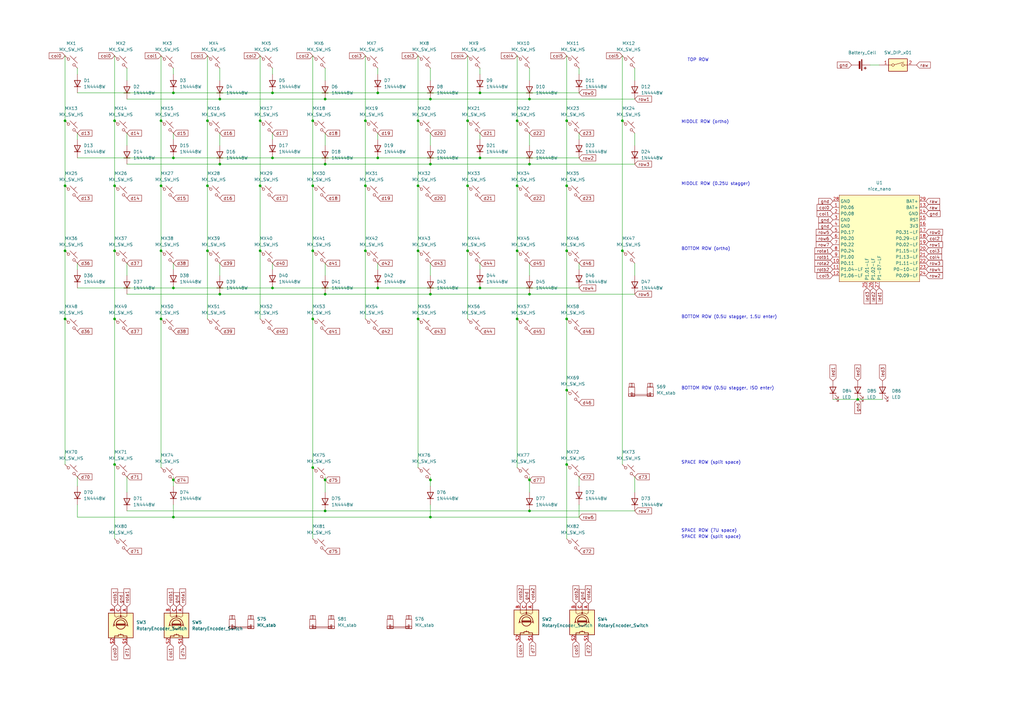
<source format=kicad_sch>
(kicad_sch (version 20230121) (generator eeschema)
  (paper "A3")
  (junction (at 111.76 64.77))
  (junction (at 90.17 40.64))
  (junction (at 217.17 196.85))
  (junction (at 149.86 102.87))
  (junction (at 191.77 76.2))
  (junction (at 196.85 64.77))
  (junction (at 26.67 130.81))
  (junction (at 171.45 130.81))
  (junction (at 212.09 102.87))
  (junction (at 232.41 160.02))
  (junction (at 128.27 76.2))
  (junction (at 71.12 64.77))
  (junction (at 217.17 40.64))
  (junction (at 255.27 49.53))
  (junction (at 212.09 76.2))
  (junction (at 176.53 120.65))
  (junction (at 176.53 212.09))
  (junction (at 154.94 64.77))
  (junction (at 128.27 130.81))
  (junction (at 46.99 102.87))
  (junction (at 217.17 120.65))
  (junction (at 128.27 102.87))
  (junction (at 71.12 212.09))
  (junction (at 196.85 118.11))
  (junction (at 111.76 38.1))
  (junction (at 85.09 49.53))
  (junction (at 232.41 102.87))
  (junction (at 66.04 102.87))
  (junction (at 255.27 102.87))
  (junction (at 26.67 102.87))
  (junction (at 171.45 102.87))
  (junction (at 46.99 76.2))
  (junction (at 111.76 118.11))
  (junction (at 85.09 102.87))
  (junction (at 196.85 38.1))
  (junction (at 71.12 38.1))
  (junction (at 232.41 49.53))
  (junction (at 66.04 130.81))
  (junction (at 176.53 40.64))
  (junction (at 351.79 163.83))
  (junction (at 232.41 190.5))
  (junction (at 149.86 76.2))
  (junction (at 154.94 118.11))
  (junction (at 26.67 49.53))
  (junction (at 66.04 76.2))
  (junction (at 154.94 38.1))
  (junction (at 232.41 130.81))
  (junction (at 191.77 102.87))
  (junction (at 176.53 67.31))
  (junction (at 212.09 130.81))
  (junction (at 133.35 196.85))
  (junction (at 149.86 49.53))
  (junction (at 128.27 191.77))
  (junction (at 133.35 120.65))
  (junction (at 133.35 209.55))
  (junction (at 128.27 49.53))
  (junction (at 133.35 40.64))
  (junction (at 191.77 49.53))
  (junction (at 90.17 120.65))
  (junction (at 106.68 76.2))
  (junction (at 217.17 67.31))
  (junction (at 171.45 76.2))
  (junction (at 46.99 49.53))
  (junction (at 106.68 49.53))
  (junction (at 46.99 130.81))
  (junction (at 66.04 49.53))
  (junction (at 46.99 190.5))
  (junction (at 171.45 49.53))
  (junction (at 26.67 76.2))
  (junction (at 133.35 67.31))
  (junction (at 90.17 67.31))
  (junction (at 71.12 118.11))
  (junction (at 232.41 76.2))
  (junction (at 176.53 196.85))
  (junction (at 212.09 49.53))
  (junction (at 217.17 209.55))
  (junction (at 85.09 76.2))
  (junction (at 71.12 196.85))
  (junction (at 106.68 102.87))
  (wire (pts (xy 31.75 38.1) (xy 71.12 38.1)))
  (wire (pts (xy 128.27 130.81) (xy 128.27 191.77)))
  (wire (pts (xy 85.09 22.86) (xy 85.09 49.53)))
  (wire (pts (xy 90.17 54.61) (xy 90.17 59.69)))
  (wire (pts (xy 360.68 26.67) (xy 356.87 26.67)))
  (wire (pts (xy 255.27 22.86) (xy 255.27 49.53)))
  (wire (pts (xy 232.41 49.53) (xy 232.41 76.2)))
  (wire (pts (xy 237.49 195.58) (xy 237.49 199.39)))
  (wire (pts (xy 232.41 130.81) (xy 232.41 160.02)))
  (wire (pts (xy 106.68 76.2) (xy 106.68 102.87)))
  (wire (pts (xy 128.27 49.53) (xy 128.27 76.2)))
  (wire (pts (xy 128.27 76.2) (xy 128.27 102.87)))
  (wire (pts (xy 46.99 22.86) (xy 46.99 49.53)))
  (wire (pts (xy 71.12 27.94) (xy 71.12 30.48)))
  (wire (pts (xy 52.07 195.58) (xy 52.07 201.93)))
  (wire (pts (xy 52.07 40.64) (xy 90.17 40.64)))
  (wire (pts (xy 66.04 22.86) (xy 66.04 49.53)))
  (wire (pts (xy 217.17 196.85) (xy 217.17 201.93)))
  (wire (pts (xy 31.75 64.77) (xy 71.12 64.77)))
  (wire (pts (xy 46.99 76.2) (xy 46.99 102.87)))
  (wire (pts (xy 31.75 195.58) (xy 31.75 199.39)))
  (wire (pts (xy 149.86 22.86) (xy 149.86 49.53)))
  (wire (pts (xy 260.35 195.58) (xy 260.35 201.93)))
  (wire (pts (xy 66.04 130.81) (xy 66.04 191.77)))
  (wire (pts (xy 176.53 212.09) (xy 176.53 207.01)))
  (wire (pts (xy 171.45 49.53) (xy 171.45 76.2)))
  (wire (pts (xy 191.77 102.87) (xy 191.77 130.81)))
  (wire (pts (xy 237.49 27.94) (xy 237.49 30.48)))
  (wire (pts (xy 196.85 54.61) (xy 196.85 57.15)))
  (wire (pts (xy 176.53 120.65) (xy 217.17 120.65)))
  (wire (pts (xy 176.53 195.58) (xy 176.53 196.85)))
  (wire (pts (xy 191.77 22.86) (xy 191.77 49.53)))
  (wire (pts (xy 71.12 54.61) (xy 71.12 57.15)))
  (wire (pts (xy 237.49 107.95) (xy 237.49 110.49)))
  (wire (pts (xy 154.94 27.94) (xy 154.94 30.48)))
  (wire (pts (xy 212.09 102.87) (xy 212.09 130.81)))
  (wire (pts (xy 90.17 40.64) (xy 133.35 40.64)))
  (wire (pts (xy 171.45 22.86) (xy 171.45 49.53)))
  (wire (pts (xy 176.53 54.61) (xy 176.53 59.69)))
  (wire (pts (xy 128.27 191.77) (xy 128.27 220.98)))
  (wire (pts (xy 176.53 27.94) (xy 176.53 33.02)))
  (wire (pts (xy 212.09 76.2) (xy 212.09 102.87)))
  (wire (pts (xy 111.76 54.61) (xy 111.76 57.15)))
  (wire (pts (xy 46.99 102.87) (xy 46.99 130.81)))
  (wire (pts (xy 52.07 107.95) (xy 52.07 113.03)))
  (wire (pts (xy 106.68 49.53) (xy 106.68 76.2)))
  (wire (pts (xy 196.85 38.1) (xy 237.49 38.1)))
  (wire (pts (xy 71.12 118.11) (xy 111.76 118.11)))
  (wire (pts (xy 341.63 163.83) (xy 351.79 163.83)))
  (wire (pts (xy 128.27 22.86) (xy 128.27 49.53)))
  (wire (pts (xy 71.12 212.09) (xy 71.12 207.01)))
  (wire (pts (xy 52.07 67.31) (xy 90.17 67.31)))
  (wire (pts (xy 133.35 196.85) (xy 133.35 201.93)))
  (wire (pts (xy 191.77 49.53) (xy 191.77 76.2)))
  (wire (pts (xy 31.75 212.09) (xy 71.12 212.09)))
  (wire (pts (xy 217.17 54.61) (xy 217.17 59.69)))
  (wire (pts (xy 232.41 190.5) (xy 232.41 220.98)))
  (wire (pts (xy 191.77 76.2) (xy 191.77 102.87)))
  (wire (pts (xy 154.94 64.77) (xy 196.85 64.77)))
  (wire (pts (xy 66.04 76.2) (xy 66.04 102.87)))
  (wire (pts (xy 31.75 27.94) (xy 31.75 30.48)))
  (wire (pts (xy 111.76 64.77) (xy 154.94 64.77)))
  (wire (pts (xy 212.09 49.53) (xy 212.09 76.2)))
  (wire (pts (xy 85.09 49.53) (xy 85.09 76.2)))
  (wire (pts (xy 217.17 27.94) (xy 217.17 33.02)))
  (wire (pts (xy 71.12 195.58) (xy 71.12 196.85)))
  (wire (pts (xy 133.35 54.61) (xy 133.35 59.69)))
  (wire (pts (xy 217.17 67.31) (xy 260.35 67.31)))
  (wire (pts (xy 361.95 163.83) (xy 351.79 163.83)))
  (wire (pts (xy 26.67 22.86) (xy 26.67 49.53)))
  (wire (pts (xy 111.76 118.11) (xy 154.94 118.11)))
  (wire (pts (xy 217.17 40.64) (xy 260.35 40.64)))
  (wire (pts (xy 217.17 195.58) (xy 217.17 196.85)))
  (wire (pts (xy 106.68 102.87) (xy 106.68 130.81)))
  (wire (pts (xy 176.53 67.31) (xy 217.17 67.31)))
  (wire (pts (xy 255.27 102.87) (xy 255.27 190.5)))
  (wire (pts (xy 85.09 102.87) (xy 85.09 130.81)))
  (wire (pts (xy 90.17 27.94) (xy 90.17 33.02)))
  (wire (pts (xy 232.41 102.87) (xy 232.41 130.81)))
  (wire (pts (xy 176.53 196.85) (xy 176.53 199.39)))
  (wire (pts (xy 111.76 107.95) (xy 111.76 110.49)))
  (wire (pts (xy 26.67 49.53) (xy 26.67 76.2)))
  (wire (pts (xy 133.35 120.65) (xy 176.53 120.65)))
  (wire (pts (xy 255.27 49.53) (xy 255.27 102.87)))
  (wire (pts (xy 154.94 38.1) (xy 196.85 38.1)))
  (wire (pts (xy 133.35 209.55) (xy 217.17 209.55)))
  (wire (pts (xy 133.35 67.31) (xy 176.53 67.31)))
  (wire (pts (xy 176.53 212.09) (xy 237.49 212.09)))
  (wire (pts (xy 171.45 102.87) (xy 171.45 130.81)))
  (wire (pts (xy 31.75 54.61) (xy 31.75 57.15)))
  (wire (pts (xy 66.04 49.53) (xy 66.04 76.2)))
  (wire (pts (xy 176.53 40.64) (xy 217.17 40.64)))
  (wire (pts (xy 71.12 38.1) (xy 111.76 38.1)))
  (wire (pts (xy 171.45 130.81) (xy 171.45 191.77)))
  (wire (pts (xy 128.27 102.87) (xy 128.27 130.81)))
  (wire (pts (xy 66.04 102.87) (xy 66.04 130.81)))
  (wire (pts (xy 154.94 54.61) (xy 154.94 57.15)))
  (wire (pts (xy 196.85 118.11) (xy 237.49 118.11)))
  (wire (pts (xy 260.35 107.95) (xy 260.35 113.03)))
  (wire (pts (xy 260.35 27.94) (xy 260.35 33.02)))
  (wire (pts (xy 90.17 107.95) (xy 90.17 113.03)))
  (wire (pts (xy 71.12 107.95) (xy 71.12 110.49)))
  (wire (pts (xy 154.94 118.11) (xy 196.85 118.11)))
  (wire (pts (xy 31.75 212.09) (xy 31.75 207.01)))
  (wire (pts (xy 31.75 118.11) (xy 71.12 118.11)))
  (wire (pts (xy 196.85 107.95) (xy 196.85 110.49)))
  (wire (pts (xy 46.99 130.81) (xy 46.99 190.5)))
  (wire (pts (xy 71.12 64.77) (xy 111.76 64.77)))
  (wire (pts (xy 26.67 130.81) (xy 26.67 190.5)))
  (wire (pts (xy 133.35 195.58) (xy 133.35 196.85)))
  (wire (pts (xy 31.75 107.95) (xy 31.75 110.49)))
  (wire (pts (xy 217.17 120.65) (xy 260.35 120.65)))
  (wire (pts (xy 133.35 27.94) (xy 133.35 33.02)))
  (wire (pts (xy 71.12 212.09) (xy 176.53 212.09)))
  (wire (pts (xy 85.09 76.2) (xy 85.09 102.87)))
  (wire (pts (xy 46.99 190.5) (xy 46.99 220.98)))
  (wire (pts (xy 217.17 107.95) (xy 217.17 113.03)))
  (wire (pts (xy 46.99 49.53) (xy 46.99 76.2)))
  (wire (pts (xy 71.12 196.85) (xy 71.12 199.39)))
  (wire (pts (xy 232.41 76.2) (xy 232.41 102.87)))
  (wire (pts (xy 154.94 107.95) (xy 154.94 110.49)))
  (wire (pts (xy 232.41 22.86) (xy 232.41 49.53)))
  (wire (pts (xy 52.07 209.55) (xy 133.35 209.55)))
  (wire (pts (xy 133.35 107.95) (xy 133.35 113.03)))
  (wire (pts (xy 106.68 22.86) (xy 106.68 49.53)))
  (wire (pts (xy 133.35 40.64) (xy 176.53 40.64)))
  (wire (pts (xy 90.17 67.31) (xy 133.35 67.31)))
  (wire (pts (xy 26.67 102.87) (xy 26.67 130.81)))
  (wire (pts (xy 176.53 107.95) (xy 176.53 113.03)))
  (wire (pts (xy 212.09 130.81) (xy 212.09 191.77)))
  (wire (pts (xy 111.76 38.1) (xy 154.94 38.1)))
  (wire (pts (xy 237.49 54.61) (xy 237.49 57.15)))
  (wire (pts (xy 212.09 22.86) (xy 212.09 49.53)))
  (wire (pts (xy 171.45 76.2) (xy 171.45 102.87)))
  (wire (pts (xy 196.85 64.77) (xy 237.49 64.77)))
  (wire (pts (xy 217.17 209.55) (xy 260.35 209.55)))
  (wire (pts (xy 111.76 27.94) (xy 111.76 30.48)))
  (wire (pts (xy 149.86 49.53) (xy 149.86 76.2)))
  (wire (pts (xy 149.86 102.87) (xy 149.86 130.81)))
  (wire (pts (xy 90.17 120.65) (xy 133.35 120.65)))
  (wire (pts (xy 237.49 212.09) (xy 237.49 207.01)))
  (wire (pts (xy 52.07 120.65) (xy 90.17 120.65)))
  (wire (pts (xy 149.86 76.2) (xy 149.86 102.87)))
  (wire (pts (xy 26.67 76.2) (xy 26.67 102.87)))
  (wire (pts (xy 52.07 54.61) (xy 52.07 59.69)))
  (wire (pts (xy 196.85 27.94) (xy 196.85 30.48)))
  (wire (pts (xy 232.41 160.02) (xy 232.41 190.5)))
  (wire (pts (xy 52.07 27.94) (xy 52.07 33.02)))
  (wire (pts (xy 260.35 54.61) (xy 260.35 59.69)))
  (text "MIDDLE ROW (ortho)\n" (at 279.4 50.8 0) (effects (font (size 1.27 1.27)) (justify left bottom)))
  (text "BOTTOM ROW (0.5U stagger, 1.5U enter)\n" (at 279.4 130.81 0) (effects (font (size 1.27 1.27)) (justify left bottom)))
  (text "MIDDLE ROW (0.25U stagger)\n" (at 279.4 76.2 0) (effects (font (size 1.27 1.27)) (justify left bottom)))
  (text "SPACE ROW (7U space)\n" (at 279.4 218.44 0) (effects (font (size 1.27 1.27)) (justify left bottom)))
  (text "SPACE ROW (split space)\n" (at 279.4 220.98 0) (effects (font (size 1.27 1.27)) (justify left bottom)))
  (text "TOP ROW" (at 281.94 25.4 0) (effects (font (size 1.27 1.27)) (justify left bottom)))
  (text "SPACE ROW (split space)\n" (at 279.4 190.5 0) (effects (font (size 1.27 1.27)) (justify left bottom)))
  (text "BOTTOM ROW (ortho)\n" (at 279.4 102.87 0) (effects (font (size 1.27 1.27)) (justify left bottom)))
  (text "BOTTOM ROW (0.5U stagger, ISO enter)\n" (at 279.4 160.02 0) (effects (font (size 1.27 1.27)) (justify left bottom)))
  (global_label "col1" (shape input) (at 341.63 87.63 180) (property "Intersheetrefs" "${INTERSHEET_REFS}" (effects hide)))
  (global_label "col2" (shape input) (at 379.73 97.79 0) (property "Intersheetrefs" "${INTERSHEET_REFS}" (effects hide)))
  (global_label "d20" (shape input) (at 176.53 54.61 0) (property "Intersheetrefs" "${INTERSHEET_REFS}" (effects hide)))
  (global_label "d39" (shape input) (at 90.17 135.89 0) (property "Intersheetrefs" "${INTERSHEET_REFS}" (effects hide)))
  (global_label "d16" (shape input) (at 90.17 54.61 0) (property "Intersheetrefs" "${INTERSHEET_REFS}" (effects hide)))
  (global_label "d43" (shape input) (at 176.53 107.95 0) (property "Intersheetrefs" "${INTERSHEET_REFS}" (effects hide)))
  (global_label "rotb1" (shape input) (at 341.63 105.41 180) (property "Intersheetrefs" "${INTERSHEET_REFS}" (effects hide)))
  (global_label "d40" (shape input) (at 111.76 135.89 0) (property "Intersheetrefs" "${INTERSHEET_REFS}" (effects hide)))
  (global_label "col4" (shape input) (at 213.36 262.89 270) (property "Intersheetrefs" "${INTERSHEET_REFS}" (effects hide)))
  (global_label "row1" (shape input) (at 260.35 40.64 0) (property "Intersheetrefs" "${INTERSHEET_REFS}" (effects hide)))
  (global_label "row1" (shape input) (at 379.73 100.33 0) (property "Intersheetrefs" "${INTERSHEET_REFS}" (effects hide)))
  (global_label "gnd" (shape input) (at 349.25 26.67 180) (property "Intersheetrefs" "${INTERSHEET_REFS}" (effects hide)))
  (global_label "d37" (shape input) (at 52.07 135.89 0) (property "Intersheetrefs" "${INTERSHEET_REFS}" (effects hide)))
  (global_label "d13" (shape input) (at 31.75 54.61 0) (property "Intersheetrefs" "${INTERSHEET_REFS}" (effects hide)))
  (global_label "gnd" (shape input) (at 351.79 163.83 270) (property "Intersheetrefs" "${INTERSHEET_REFS}" (effects hide)))
  (global_label "d38" (shape input) (at 71.12 107.95 0) (property "Intersheetrefs" "${INTERSHEET_REFS}" (effects hide)))
  (global_label "raw" (shape input) (at 375.92 26.67 0) (property "Intersheetrefs" "${INTERSHEET_REFS}" (effects hide)))
  (global_label "gnd" (shape input) (at 215.9 247.65 90) (property "Intersheetrefs" "${INTERSHEET_REFS}" (effects hide)))
  (global_label "rota1" (shape input) (at 74.93 248.92 90) (property "Intersheetrefs" "${INTERSHEET_REFS}" (effects hide)))
  (global_label "col4" (shape input) (at 379.73 105.41 0) (property "Intersheetrefs" "${INTERSHEET_REFS}" (effects hide)))
  (global_label "d74" (shape input) (at 71.12 196.85 0) (property "Intersheetrefs" "${INTERSHEET_REFS}" (effects hide)))
  (global_label "gnd" (shape input) (at 72.39 248.92 90) (property "Intersheetrefs" "${INTERSHEET_REFS}" (effects hide)))
  (global_label "d72" (shape input) (at 237.49 195.58 0) (property "Intersheetrefs" "${INTERSHEET_REFS}" (effects hide)))
  (global_label "col2" (shape input) (at 128.27 22.86 180) (property "Intersheetrefs" "${INTERSHEET_REFS}" (effects hide)))
  (global_label "d18" (shape input) (at 133.35 81.28 0) (property "Intersheetrefs" "${INTERSHEET_REFS}" (effects hide)))
  (global_label "col2" (shape input) (at 106.68 22.86 180) (property "Intersheetrefs" "${INTERSHEET_REFS}" (effects hide)))
  (global_label "d21" (shape input) (at 196.85 81.28 0) (property "Intersheetrefs" "${INTERSHEET_REFS}" (effects hide)))
  (global_label "gnd" (shape input) (at 341.63 90.17 180) (property "Intersheetrefs" "${INTERSHEET_REFS}" (effects hide)))
  (global_label "d71" (shape input) (at 52.07 195.58 0) (property "Intersheetrefs" "${INTERSHEET_REFS}" (effects hide)))
  (global_label "col5" (shape input) (at 236.22 262.89 270) (property "Intersheetrefs" "${INTERSHEET_REFS}" (effects hide)))
  (global_label "d71" (shape input) (at 52.07 226.06 0) (property "Intersheetrefs" "${INTERSHEET_REFS}" (effects hide)))
  (global_label "d18" (shape input) (at 133.35 54.61 0) (property "Intersheetrefs" "${INTERSHEET_REFS}" (effects hide)))
  (global_label "d43" (shape input) (at 176.53 135.89 0) (property "Intersheetrefs" "${INTERSHEET_REFS}" (effects hide)))
  (global_label "rotb1" (shape input) (at 69.85 248.92 90) (property "Intersheetrefs" "${INTERSHEET_REFS}" (effects hide)))
  (global_label "rotb1" (shape input) (at 46.99 248.92 90) (property "Intersheetrefs" "${INTERSHEET_REFS}" (effects hide)))
  (global_label "d42" (shape input) (at 154.94 135.89 0) (property "Intersheetrefs" "${INTERSHEET_REFS}" (effects hide)))
  (global_label "led1" (shape input) (at 341.63 156.21 90) (property "Intersheetrefs" "${INTERSHEET_REFS}" (effects hide)))
  (global_label "row0" (shape input) (at 379.73 95.25 0) (property "Intersheetrefs" "${INTERSHEET_REFS}" (effects hide)))
  (global_label "d13" (shape input) (at 31.75 81.28 0) (property "Intersheetrefs" "${INTERSHEET_REFS}" (effects hide)))
  (global_label "col4" (shape input) (at 191.77 22.86 180) (property "Intersheetrefs" "${INTERSHEET_REFS}" (effects hide)))
  (global_label "col1" (shape input) (at 85.09 22.86 180) (property "Intersheetrefs" "${INTERSHEET_REFS}" (effects hide)))
  (global_label "led3" (shape input) (at 361.95 156.21 90) (property "Intersheetrefs" "${INTERSHEET_REFS}" (effects hide)))
  (global_label "d45" (shape input) (at 217.17 107.95 0) (property "Intersheetrefs" "${INTERSHEET_REFS}" (effects hide)))
  (global_label "d70" (shape input) (at 31.75 195.58 0) (property "Intersheetrefs" "${INTERSHEET_REFS}" (effects hide)))
  (global_label "d72" (shape input) (at 241.3 262.89 270) (property "Intersheetrefs" "${INTERSHEET_REFS}" (effects hide)))
  (global_label "d15" (shape input) (at 71.12 54.61 0) (property "Intersheetrefs" "${INTERSHEET_REFS}" (effects hide)))
  (global_label "d41" (shape input) (at 133.35 135.89 0) (property "Intersheetrefs" "${INTERSHEET_REFS}" (effects hide)))
  (global_label "d36" (shape input) (at 31.75 135.89 0) (property "Intersheetrefs" "${INTERSHEET_REFS}" (effects hide)))
  (global_label "col4" (shape input) (at 212.09 22.86 180) (property "Intersheetrefs" "${INTERSHEET_REFS}" (effects hide)))
  (global_label "led2" (shape input) (at 351.79 156.21 90) (property "Intersheetrefs" "${INTERSHEET_REFS}" (effects hide)))
  (global_label "d17" (shape input) (at 111.76 81.28 0) (property "Intersheetrefs" "${INTERSHEET_REFS}" (effects hide)))
  (global_label "d77" (shape input) (at 217.17 196.85 0) (property "Intersheetrefs" "${INTERSHEET_REFS}" (effects hide)))
  (global_label "d46" (shape input) (at 237.49 107.95 0) (property "Intersheetrefs" "${INTERSHEET_REFS}" (effects hide)))
  (global_label "row5" (shape input) (at 341.63 95.25 180) (property "Intersheetrefs" "${INTERSHEET_REFS}" (effects hide)))
  (global_label "d44" (shape input) (at 196.85 107.95 0) (property "Intersheetrefs" "${INTERSHEET_REFS}" (effects hide)))
  (global_label "d72" (shape input) (at 237.49 226.06 0) (property "Intersheetrefs" "${INTERSHEET_REFS}" (effects hide)))
  (global_label "col5" (shape input) (at 232.41 22.86 180) (property "Intersheetrefs" "${INTERSHEET_REFS}" (effects hide)))
  (global_label "col5" (shape input) (at 341.63 113.03 180) (property "Intersheetrefs" "${INTERSHEET_REFS}" (effects hide)))
  (global_label "d23" (shape input) (at 237.49 54.61 0) (property "Intersheetrefs" "${INTERSHEET_REFS}" (effects hide)))
  (global_label "led2" (shape input) (at 358.14 118.11 270) (property "Intersheetrefs" "${INTERSHEET_REFS}" (effects hide)))
  (global_label "rotb2" (shape input) (at 236.22 247.65 90) (property "Intersheetrefs" "${INTERSHEET_REFS}" (effects hide)))
  (global_label "row7" (shape input) (at 260.35 209.55 0) (property "Intersheetrefs" "${INTERSHEET_REFS}" (effects hide)))
  (global_label "col3" (shape input) (at 379.73 102.87 0) (property "Intersheetrefs" "${INTERSHEET_REFS}" (effects hide)))
  (global_label "d36" (shape input) (at 31.75 107.95 0) (property "Intersheetrefs" "${INTERSHEET_REFS}" (effects hide)))
  (global_label "col0" (shape input) (at 46.99 22.86 180) (property "Intersheetrefs" "${INTERSHEET_REFS}" (effects hide)))
  (global_label "d16" (shape input) (at 90.17 81.28 0) (property "Intersheetrefs" "${INTERSHEET_REFS}" (effects hide)))
  (global_label "raw" (shape input) (at 379.73 85.09 0) (property "Intersheetrefs" "${INTERSHEET_REFS}" (effects hide)))
  (global_label "rota2" (shape input) (at 341.63 107.95 180) (property "Intersheetrefs" "${INTERSHEET_REFS}" (effects hide)))
  (global_label "col1" (shape input) (at 69.85 264.16 270) (property "Intersheetrefs" "${INTERSHEET_REFS}" (effects hide)))
  (global_label "led3" (shape input) (at 355.6 118.11 270) (property "Intersheetrefs" "${INTERSHEET_REFS}" (effects hide)))
  (global_label "d46" (shape input) (at 237.49 135.89 0) (property "Intersheetrefs" "${INTERSHEET_REFS}" (effects hide)))
  (global_label "d19" (shape input) (at 154.94 54.61 0) (property "Intersheetrefs" "${INTERSHEET_REFS}" (effects hide)))
  (global_label "d22" (shape input) (at 217.17 81.28 0) (property "Intersheetrefs" "${INTERSHEET_REFS}" (effects hide)))
  (global_label "d14" (shape input) (at 52.07 81.28 0) (property "Intersheetrefs" "${INTERSHEET_REFS}" (effects hide)))
  (global_label "d14" (shape input) (at 52.07 54.61 0) (property "Intersheetrefs" "${INTERSHEET_REFS}" (effects hide)))
  (global_label "led1" (shape input) (at 360.68 118.11 270) (property "Intersheetrefs" "${INTERSHEET_REFS}" (effects hide)))
  (global_label "rotb2" (shape input) (at 341.63 110.49 180) (property "Intersheetrefs" "${INTERSHEET_REFS}" (effects hide)))
  (global_label "d73" (shape input) (at 260.35 195.58 0) (property "Intersheetrefs" "${INTERSHEET_REFS}" (effects hide)))
  (global_label "d38" (shape input) (at 71.12 135.89 0) (property "Intersheetrefs" "${INTERSHEET_REFS}" (effects hide)))
  (global_label "d37" (shape input) (at 52.07 107.95 0) (property "Intersheetrefs" "${INTERSHEET_REFS}" (effects hide)))
  (global_label "row7" (shape input) (at 341.63 100.33 180) (property "Intersheetrefs" "${INTERSHEET_REFS}" (effects hide)))
  (global_label "d42" (shape input) (at 154.94 107.95 0) (property "Intersheetrefs" "${INTERSHEET_REFS}" (effects hide)))
  (global_label "row0" (shape input) (at 237.49 38.1 0) (property "Intersheetrefs" "${INTERSHEET_REFS}" (effects hide)))
  (global_label "row4" (shape input) (at 379.73 110.49 0) (property "Intersheetrefs" "${INTERSHEET_REFS}" (effects hide)))
  (global_label "d46" (shape input) (at 237.49 165.1 0) (property "Intersheetrefs" "${INTERSHEET_REFS}" (effects hide)))
  (global_label "d75" (shape input) (at 133.35 226.06 0) (property "Intersheetrefs" "${INTERSHEET_REFS}" (effects hide)))
  (global_label "col0" (shape input) (at 341.63 85.09 180) (property "Intersheetrefs" "${INTERSHEET_REFS}" (effects hide)))
  (global_label "row2" (shape input) (at 379.73 113.03 0) (property "Intersheetrefs" "${INTERSHEET_REFS}" (effects hide)))
  (global_label "col3" (shape input) (at 171.45 22.86 180) (property "Intersheetrefs" "${INTERSHEET_REFS}" (effects hide)))
  (global_label "gnd" (shape input) (at 341.63 92.71 180) (property "Intersheetrefs" "${INTERSHEET_REFS}" (effects hide)))
  (global_label "row4" (shape input) (at 237.49 118.11 0) (property "Intersheetrefs" "${INTERSHEET_REFS}" (effects hide)))
  (global_label "rota2" (shape input) (at 241.3 247.65 90) (property "Intersheetrefs" "${INTERSHEET_REFS}" (effects hide)))
  (global_label "row2" (shape input) (at 237.49 64.77 0) (property "Intersheetrefs" "${INTERSHEET_REFS}" (effects hide)))
  (global_label "d74" (shape input) (at 74.93 264.16 270) (property "Intersheetrefs" "${INTERSHEET_REFS}" (effects hide)))
  (global_label "gnd" (shape input) (at 341.63 82.55 180) (property "Intersheetrefs" "${INTERSHEET_REFS}" (effects hide)))
  (global_label "gnd" (shape input) (at 49.53 248.92 90) (property "Intersheetrefs" "${INTERSHEET_REFS}" (effects hide)))
  (global_label "d20" (shape input) (at 176.53 81.28 0) (property "Intersheetrefs" "${INTERSHEET_REFS}" (effects hide)))
  (global_label "row3" (shape input) (at 260.35 67.31 0) (property "Intersheetrefs" "${INTERSHEET_REFS}" (effects hide)))
  (global_label "rota2" (shape input) (at 218.44 247.65 90) (property "Intersheetrefs" "${INTERSHEET_REFS}" (effects hide)))
  (global_label "d15" (shape input) (at 71.12 81.28 0) (property "Intersheetrefs" "${INTERSHEET_REFS}" (effects hide)))
  (global_label "d75" (shape input) (at 133.35 196.85 0) (property "Intersheetrefs" "${INTERSHEET_REFS}" (effects hide)))
  (global_label "col0" (shape input) (at 46.99 264.16 270) (property "Intersheetrefs" "${INTERSHEET_REFS}" (effects hide)))
  (global_label "d17" (shape input) (at 111.76 54.61 0) (property "Intersheetrefs" "${INTERSHEET_REFS}" (effects hide)))
  (global_label "rotb2" (shape input) (at 213.36 247.65 90) (property "Intersheetrefs" "${INTERSHEET_REFS}" (effects hide)))
  (global_label "row3" (shape input) (at 379.73 107.95 0) (property "Intersheetrefs" "${INTERSHEET_REFS}" (effects hide)))
  (global_label "col5" (shape input) (at 255.27 22.86 180) (property "Intersheetrefs" "${INTERSHEET_REFS}" (effects hide)))
  (global_label "d19" (shape input) (at 154.94 81.28 0) (property "Intersheetrefs" "${INTERSHEET_REFS}" (effects hide)))
  (global_label "d23" (shape input) (at 237.49 81.28 0) (property "Intersheetrefs" "${INTERSHEET_REFS}" (effects hide)))
  (global_label "gnd" (shape input) (at 238.76 247.65 90) (property "Intersheetrefs" "${INTERSHEET_REFS}" (effects hide)))
  (global_label "row5" (shape input) (at 260.35 120.65 0) (property "Intersheetrefs" "${INTERSHEET_REFS}" (effects hide)))
  (global_label "rota1" (shape input) (at 52.07 248.92 90) (property "Intersheetrefs" "${INTERSHEET_REFS}" (effects hide)))
  (global_label "d22" (shape input) (at 217.17 54.61 0) (property "Intersheetrefs" "${INTERSHEET_REFS}" (effects hide)))
  (global_label "col3" (shape input) (at 149.86 22.86 180) (property "Intersheetrefs" "${INTERSHEET_REFS}" (effects hide)))
  (global_label "d45" (shape input) (at 217.17 135.89 0) (property "Intersheetrefs" "${INTERSHEET_REFS}" (effects hide)))
  (global_label "d39" (shape input) (at 90.17 107.95 0) (property "Intersheetrefs" "${INTERSHEET_REFS}" (effects hide)))
  (global_label "d44" (shape input) (at 196.85 135.89 0) (property "Intersheetrefs" "${INTERSHEET_REFS}" (effects hide)))
  (global_label "row6" (shape input) (at 341.63 97.79 180) (property "Intersheetrefs" "${INTERSHEET_REFS}" (effects hide)))
  (global_label "d71" (shape input) (at 52.07 264.16 270) (property "Intersheetrefs" "${INTERSHEET_REFS}" (effects hide)))
  (global_label "d21" (shape input) (at 196.85 54.61 0) (property "Intersheetrefs" "${INTERSHEET_REFS}" (effects hide)))
  (global_label "gnd" (shape input) (at 379.73 87.63 0) (property "Intersheetrefs" "${INTERSHEET_REFS}" (effects hide)))
  (global_label "raw" (shape input) (at 379.73 82.55 0) (property "Intersheetrefs" "${INTERSHEET_REFS}" (effects hide)))
  (global_label "d40" (shape input) (at 111.76 107.95 0) (property "Intersheetrefs" "${INTERSHEET_REFS}" (effects hide)))
  (global_label "col0" (shape input) (at 26.67 22.86 180) (property "Intersheetrefs" "${INTERSHEET_REFS}" (effects hide)))
  (global_label "row6" (shape input) (at 237.49 212.09 0) (property "Intersheetrefs" "${INTERSHEET_REFS}" (effects hide)))
  (global_label "col1" (shape input) (at 66.04 22.86 180) (property "Intersheetrefs" "${INTERSHEET_REFS}" (effects hide)))
  (global_label "d41" (shape input) (at 133.35 107.95 0) (property "Intersheetrefs" "${INTERSHEET_REFS}" (effects hide)))
  (global_label "rota1" (shape input) (at 341.63 102.87 180) (property "Intersheetrefs" "${INTERSHEET_REFS}" (effects hide)))
  (global_label "d77" (shape input) (at 218.44 262.89 270) (property "Intersheetrefs" "${INTERSHEET_REFS}" (effects hide)))
  (symbol (lib_id "PCM_marbastlib-mx:MX_stab") (at 163.83 255.27 0) (unit 1)
    (property "Reference" "S76" (at 170.18 253.873 0) (effects (justify left)))
    (property "Value" "MX_stab" (at 170.18 256.413 0) (effects (justify left)))
    (property "Footprint" "PCM_marbastlib-mx:STAB_MX_P_2.25u" (effects hide))
  )
  (symbol (lib_id "PCM_marbastlib-mx:MX_SW_HS") (at 109.22 105.41 0) (unit 1)
    (property "Reference" "MX40" (at 109.22 97.79 0))
    (property "Value" "MX_SW_HS" (at 109.22 100.33 0))
    (property "Footprint" "Kicad footprints:SW_MX_HS_S_1u_invisible_designator" (effects hide))
  )
  (symbol (lib_id "PCM_marbastlib-mx:MX_SW_HS") (at 214.63 105.41 0) (unit 1)
    (property "Reference" "MX45" (at 214.63 97.79 0))
    (property "Value" "MX_SW_HS" (at 214.63 100.33 0))
    (property "Footprint" "Kicad footprints:SW_MX_HS_S_1u_invisible_designator" (effects hide))
  )
  (symbol (lib_id "Diode:1N4448W") (at 260.35 116.84 90) (unit 1)
    (property "Reference" "D47" (at 262.89 115.57 90) (effects (justify right)))
    (property "Value" "1N4448W" (at 262.89 118.11 90) (effects (justify right)))
    (property "Footprint" "Kicad footprints:D_SOD-123 invisible designator" (effects hide))
    (property "Datasheet" "https://www.vishay.com/docs/85722/1n4448w.pdf" (effects hide))
    (property "Sim.Device" "D" (effects hide))
    (property "Sim.Pins" "1=K 2=A" (effects hide))
  )
  (symbol (lib_id "PCM_marbastlib-mx:MX_SW_HS") (at 29.21 78.74 0) (unit 1)
    (property "Reference" "MX25" (at 29.21 71.12 0))
    (property "Value" "MX_SW_HS" (at 29.21 73.66 0))
    (property "Footprint" "Kicad footprints:SW_MX_HS_S_1u_invisible_designator" (effects hide))
  )
  (symbol (lib_id "Diode:1N4448W") (at 71.12 60.96 90) (unit 1)
    (property "Reference" "D15" (at 73.66 59.69 90) (effects (justify right)))
    (property "Value" "1N4448W" (at 73.66 62.23 90) (effects (justify right)))
    (property "Footprint" "Kicad footprints:D_SOD-123 invisible designator" (effects hide))
    (property "Datasheet" "https://www.vishay.com/docs/85722/1n4448w.pdf" (effects hide))
    (property "Sim.Device" "D" (effects hide))
    (property "Sim.Pins" "1=K 2=A" (effects hide))
  )
  (symbol (lib_id "PCM_marbastlib-mx:MX_SW_HS") (at 234.95 162.56 0) (unit 1)
    (property "Reference" "MX69" (at 234.95 154.94 0))
    (property "Value" "MX_SW_HS" (at 234.95 157.48 0))
    (property "Footprint" "Kicad footprints:SW_MX_HS_S_1u_invisible_designator" (effects hide))
  )
  (symbol (lib_id "PCM_marbastlib-mx:MX_SW_HS") (at 29.21 193.04 0) (unit 1)
    (property "Reference" "MX70" (at 29.21 185.42 0))
    (property "Value" "MX_SW_HS" (at 29.21 187.96 0))
    (property "Footprint" "Kicad footprints:SW_MX_HS_S_1u_invisible_designator" (effects hide))
  )
  (symbol (lib_id "PCM_marbastlib-mx:MX_SW_HS") (at 234.95 78.74 0) (unit 1)
    (property "Reference" "MX35" (at 234.95 71.12 0))
    (property "Value" "MX_SW_HS" (at 234.95 73.66 0))
    (property "Footprint" "Kicad footprints:SW_MX_HS_S_1u_invisible_designator" (effects hide))
  )
  (symbol (lib_id "PCM_marbastlib-mx:MX_SW_HS") (at 194.31 78.74 0) (unit 1)
    (property "Reference" "MX33" (at 194.31 71.12 0))
    (property "Value" "MX_SW_HS" (at 194.31 73.66 0))
    (property "Footprint" "Kicad footprints:SW_MX_HS_S_1u_invisible_designator" (effects hide))
  )
  (symbol (lib_id "PCM_marbastlib-mx:MX_SW_HS") (at 109.22 25.4 0) (unit 1)
    (property "Reference" "MX5" (at 109.22 17.78 0))
    (property "Value" "MX_SW_HS" (at 109.22 20.32 0))
    (property "Footprint" "PCM_marbastlib-mx:SW_MX_1u" (effects hide))
  )
  (symbol (lib_id "Diode:1N4448W") (at 154.94 114.3 90) (unit 1)
    (property "Reference" "D42" (at 157.48 113.03 90) (effects (justify right)))
    (property "Value" "1N4448W" (at 157.48 115.57 90) (effects (justify right)))
    (property "Footprint" "Kicad footprints:D_SOD-123 invisible designator" (effects hide))
    (property "Datasheet" "https://www.vishay.com/docs/85722/1n4448w.pdf" (effects hide))
    (property "Sim.Device" "D" (effects hide))
    (property "Sim.Pins" "1=K 2=A" (effects hide))
  )
  (symbol (lib_id "PCM_marbastlib-mx:MX_SW_HS") (at 29.21 105.41 0) (unit 1)
    (property "Reference" "MX36" (at 29.21 97.79 0))
    (property "Value" "MX_SW_HS" (at 29.21 100.33 0))
    (property "Footprint" "Kicad footprints:SW_MX_HS_S_1u_invisible_designator" (effects hide))
  )
  (symbol (lib_id "PCM_marbastlib-mx:MX_SW_HS") (at 234.95 52.07 0) (unit 1)
    (property "Reference" "MX23" (at 234.95 44.45 0))
    (property "Value" "MX_SW_HS" (at 234.95 46.99 0))
    (property "Footprint" "Kicad footprints:SW_MX_HS_S_1u_invisible_designator" (effects hide))
  )
  (symbol (lib_id "PCM_marbastlib-mx:MX_stab") (at 262.89 160.02 0) (unit 1)
    (property "Reference" "S69" (at 269.24 158.623 0) (effects (justify left)))
    (property "Value" "MX_stab" (at 269.24 161.163 0) (effects (justify left)))
    (property "Footprint" "PCM_marbastlib-mx:STAB_MX_ISO" (effects hide))
  )
  (symbol (lib_id "PCM_marbastlib-mx:MX_SW_HS") (at 49.53 78.74 0) (unit 1)
    (property "Reference" "MX26" (at 49.53 71.12 0))
    (property "Value" "MX_SW_HS" (at 49.53 73.66 0))
    (property "Footprint" "Kicad footprints:SW_MX_HS_S_1u_invisible_designator" (effects hide))
  )
  (symbol (lib_id "PCM_marbastlib-mx:MX_SW_HS") (at 49.53 52.07 0) (unit 1)
    (property "Reference" "MX14" (at 49.53 44.45 0))
    (property "Value" "MX_SW_HS" (at 49.53 46.99 0))
    (property "Footprint" "Kicad footprints:SW_MX_HS_S_1u_invisible_designator" (effects hide))
  )
  (symbol (lib_id "Diode:1N4448W") (at 31.75 203.2 90) (unit 1)
    (property "Reference" "D70" (at 34.29 201.93 90) (effects (justify right)))
    (property "Value" "1N4448W" (at 34.29 204.47 90) (effects (justify right)))
    (property "Footprint" "Kicad footprints:D_SOD-123 invisible designator" (effects hide))
    (property "Datasheet" "https://www.vishay.com/docs/85722/1n4448w.pdf" (effects hide))
    (property "Sim.Device" "D" (effects hide))
    (property "Sim.Pins" "1=K 2=A" (effects hide))
  )
  (symbol (lib_id "PCM_marbastlib-mx:MX_SW_HS") (at 130.81 223.52 0) (unit 1)
    (property "Reference" "MX81" (at 130.81 215.9 0))
    (property "Value" "MX_SW_HS" (at 130.81 218.44 0))
    (property "Footprint" "Kicad footprints:SW_MX_HS_S_1u_invisible_designator" (effects hide))
  )
  (symbol (lib_id "Diode:1N4448W") (at 237.49 114.3 90) (unit 1)
    (property "Reference" "D46" (at 240.03 113.03 90) (effects (justify right)))
    (property "Value" "1N4448W" (at 240.03 115.57 90) (effects (justify right)))
    (property "Footprint" "Kicad footprints:D_SOD-123 invisible designator" (effects hide))
    (property "Datasheet" "https://www.vishay.com/docs/85722/1n4448w.pdf" (effects hide))
    (property "Sim.Device" "D" (effects hide))
    (property "Sim.Pins" "1=K 2=A" (effects hide))
  )
  (symbol (lib_id "Diode:1N4448W") (at 260.35 205.74 90) (unit 1)
    (property "Reference" "D73" (at 262.89 204.47 90) (effects (justify right)))
    (property "Value" "1N4448W" (at 262.89 207.01 90) (effects (justify right)))
    (property "Footprint" "Kicad footprints:D_SOD-123 invisible designator" (effects hide))
    (property "Datasheet" "https://www.vishay.com/docs/85722/1n4448w.pdf" (effects hide))
    (property "Sim.Device" "D" (effects hide))
    (property "Sim.Pins" "1=K 2=A" (effects hide))
  )
  (symbol (lib_id "PCM_marbastlib-mx:MX_SW_HS") (at 152.4 105.41 0) (unit 1)
    (property "Reference" "MX42" (at 152.4 97.79 0))
    (property "Value" "MX_SW_HS" (at 152.4 100.33 0))
    (property "Footprint" "Kicad footprints:SW_MX_HS_S_1u_invisible_designator" (effects hide))
  )
  (symbol (lib_id "PCM_marbastlib-mx:MX_SW_HS") (at 173.99 133.35 0) (unit 1)
    (property "Reference" "MX55" (at 173.99 125.73 0))
    (property "Value" "MX_SW_HS" (at 173.99 128.27 0))
    (property "Footprint" "Kicad footprints:SW_MX_HS_S_1u_invisible_designator" (effects hide))
  )
  (symbol (lib_id "Diode:1N4448W") (at 31.75 114.3 90) (unit 1)
    (property "Reference" "D36" (at 34.29 113.03 90) (effects (justify right)))
    (property "Value" "1N4448W" (at 34.29 115.57 90) (effects (justify right)))
    (property "Footprint" "Kicad footprints:D_SOD-123 invisible designator" (effects hide))
    (property "Datasheet" "https://www.vishay.com/docs/85722/1n4448w.pdf" (effects hide))
    (property "Sim.Device" "D" (effects hide))
    (property "Sim.Pins" "1=K 2=A" (effects hide))
  )
  (symbol (lib_id "PCM_marbastlib-mx:MX_SW_HS") (at 87.63 78.74 0) (unit 1)
    (property "Reference" "MX28" (at 87.63 71.12 0))
    (property "Value" "MX_SW_HS" (at 87.63 73.66 0))
    (property "Footprint" "Kicad footprints:SW_MX_HS_S_1u_invisible_designator" (effects hide))
  )
  (symbol (lib_id "PCM_marbastlib-mx:MX_SW_HS") (at 130.81 52.07 0) (unit 1)
    (property "Reference" "MX18" (at 130.81 44.45 0))
    (property "Value" "MX_SW_HS" (at 130.81 46.99 0))
    (property "Footprint" "Kicad footprints:SW_MX_HS_S_1u_invisible_designator" (effects hide))
  )
  (symbol (lib_id "Diode:1N4448W") (at 111.76 60.96 90) (unit 1)
    (property "Reference" "D17" (at 114.3 59.69 90) (effects (justify right)))
    (property "Value" "1N4448W" (at 114.3 62.23 90) (effects (justify right)))
    (property "Footprint" "Kicad footprints:D_SOD-123 invisible designator" (effects hide))
    (property "Datasheet" "https://www.vishay.com/docs/85722/1n4448w.pdf" (effects hide))
    (property "Sim.Device" "D" (effects hide))
    (property "Sim.Pins" "1=K 2=A" (effects hide))
  )
  (symbol (lib_id "Diode:1N4448W") (at 111.76 114.3 90) (unit 1)
    (property "Reference" "D40" (at 114.3 113.03 90) (effects (justify right)))
    (property "Value" "1N4448W" (at 114.3 115.57 90) (effects (justify right)))
    (property "Footprint" "Kicad footprints:D_SOD-123 invisible designator" (effects hide))
    (property "Datasheet" "https://www.vishay.com/docs/85722/1n4448w.pdf" (effects hide))
    (property "Sim.Device" "D" (effects hide))
    (property "Sim.Pins" "1=K 2=A" (effects hide))
  )
  (symbol (lib_id "Diode:1N4448W") (at 217.17 63.5 90) (unit 1)
    (property "Reference" "D22" (at 219.71 62.23 90) (effects (justify right)))
    (property "Value" "1N4448W" (at 219.71 64.77 90) (effects (justify right)))
    (property "Footprint" "Kicad footprints:D_SOD-123 invisible designator" (effects hide))
    (property "Datasheet" "https://www.vishay.com/docs/85722/1n4448w.pdf" (effects hide))
    (property "Sim.Device" "D" (effects hide))
    (property "Sim.Pins" "1=K 2=A" (effects hide))
  )
  (symbol (lib_id "PCM_marbastlib-mx:MX_SW_HS") (at 257.81 52.07 0) (unit 1)
    (property "Reference" "MX24" (at 257.81 44.45 0))
    (property "Value" "MX_SW_HS" (at 257.81 46.99 0))
    (property "Footprint" "Kicad footprints:SW_MX_HS_S_1u_invisible_designator" (effects hide))
  )
  (symbol (lib_id "PCM_marbastlib-mx:MX_SW_HS") (at 68.58 133.35 0) (unit 1)
    (property "Reference" "MX50" (at 68.58 125.73 0))
    (property "Value" "MX_SW_HS" (at 68.58 128.27 0))
    (property "Footprint" "Kicad footprints:SW_MX_HS_S_1u_invisible_designator" (effects hide))
  )
  (symbol (lib_id "PCM_marbastlib-mx:MX_SW_HS") (at 130.81 25.4 0) (unit 1)
    (property "Reference" "MX6" (at 130.81 17.78 0))
    (property "Value" "MX_SW_HS" (at 130.81 20.32 0))
    (property "Footprint" "PCM_marbastlib-mx:SW_MX_1u" (effects hide))
  )
  (symbol (lib_id "PCM_marbastlib-mx:MX_SW_HS") (at 68.58 194.31 0) (unit 1)
    (property "Reference" "MX74" (at 68.58 186.69 0))
    (property "Value" "MX_SW_HS" (at 68.58 189.23 0))
    (property "Footprint" "Kicad footprints:SW_MX_HS_S_1u_invisible_designator" (effects hide))
  )
  (symbol (lib_id "Diode:1N4448W") (at 176.53 36.83 90) (unit 1)
    (property "Reference" "D8" (at 179.07 35.56 90) (effects (justify right)))
    (property "Value" "1N4448W" (at 179.07 38.1 90) (effects (justify right)))
    (property "Footprint" "Kicad footprints:D_SOD-123 invisible designator" (effects hide))
    (property "Datasheet" "https://www.vishay.com/docs/85722/1n4448w.pdf" (effects hide))
    (property "Sim.Device" "D" (effects hide))
    (property "Sim.Pins" "1=K 2=A" (effects hide))
  )
  (symbol (lib_id "Diode:1N4448W") (at 52.07 205.74 90) (unit 1)
    (property "Reference" "D71" (at 54.61 204.47 90) (effects (justify right)))
    (property "Value" "1N4448W" (at 54.61 207.01 90) (effects (justify right)))
    (property "Footprint" "Kicad footprints:D_SOD-123 invisible designator" (effects hide))
    (property "Datasheet" "https://www.vishay.com/docs/85722/1n4448w.pdf" (effects hide))
    (property "Sim.Device" "D" (effects hide))
    (property "Sim.Pins" "1=K 2=A" (effects hide))
  )
  (symbol (lib_id "Diode:1N4448W") (at 196.85 34.29 90) (unit 1)
    (property "Reference" "D9" (at 199.39 33.02 90) (effects (justify right)))
    (property "Value" "1N4448W" (at 199.39 35.56 90) (effects (justify right)))
    (property "Footprint" "Kicad footprints:D_SOD-123 invisible designator" (effects hide))
    (property "Datasheet" "https://www.vishay.com/docs/85722/1n4448w.pdf" (effects hide))
    (property "Sim.Device" "D" (effects hide))
    (property "Sim.Pins" "1=K 2=A" (effects hide))
  )
  (symbol (lib_id "Diode:1N4448W") (at 71.12 114.3 90) (unit 1)
    (property "Reference" "D38" (at 73.66 113.03 90) (effects (justify right)))
    (property "Value" "1N4448W" (at 73.66 115.57 90) (effects (justify right)))
    (property "Footprint" "Kicad footprints:D_SOD-123 invisible designator" (effects hide))
    (property "Datasheet" "https://www.vishay.com/docs/85722/1n4448w.pdf" (effects hide))
    (property "Sim.Device" "D" (effects hide))
    (property "Sim.Pins" "1=K 2=A" (effects hide))
  )
  (symbol (lib_id "PCM_marbastlib-mx:MX_SW_HS") (at 173.99 194.31 0) (unit 1)
    (property "Reference" "MX76" (at 173.99 186.69 0))
    (property "Value" "MX_SW_HS" (at 173.99 189.23 0))
    (property "Footprint" "Kicad footprints:SW_MX_HS_S_1u_invisible_designator" (effects hide))
  )
  (symbol (lib_id "Diode:1N4448W") (at 176.53 63.5 90) (unit 1)
    (property "Reference" "D20" (at 179.07 62.23 90) (effects (justify right)))
    (property "Value" "1N4448W" (at 179.07 64.77 90) (effects (justify right)))
    (property "Footprint" "Kicad footprints:D_SOD-123 invisible designator" (effects hide))
    (property "Datasheet" "https://www.vishay.com/docs/85722/1n4448w.pdf" (effects hide))
    (property "Sim.Device" "D" (effects hide))
    (property "Sim.Pins" "1=K 2=A" (effects hide))
  )
  (symbol (lib_id "PCM_marbastlib-mx:MX_SW_HS") (at 173.99 78.74 0) (unit 1)
    (property "Reference" "MX32" (at 173.99 71.12 0))
    (property "Value" "MX_SW_HS" (at 173.99 73.66 0))
    (property "Footprint" "Kicad footprints:SW_MX_HS_S_1u_invisible_designator" (effects hide))
  )
  (symbol (lib_id "Diode:1N4448W") (at 154.94 60.96 90) (unit 1)
    (property "Reference" "D19" (at 157.48 59.69 90) (effects (justify right)))
    (property "Value" "1N4448W" (at 157.48 62.23 90) (effects (justify right)))
    (property "Footprint" "Kicad footprints:D_SOD-123 invisible designator" (effects hide))
    (property "Datasheet" "https://www.vishay.com/docs/85722/1n4448w.pdf" (effects hide))
    (property "Sim.Device" "D" (effects hide))
    (property "Sim.Pins" "1=K 2=A" (effects hide))
  )
  (symbol (lib_id "PCM_marbastlib-mx:MX_SW_HS") (at 173.99 25.4 0) (unit 1)
    (property "Reference" "MX8" (at 173.99 17.78 0))
    (property "Value" "MX_SW_HS" (at 173.99 20.32 0))
    (property "Footprint" "Kicad footprints:SW_MX_HS_S_1u_invisible_designator" (effects hide))
  )
  (symbol (lib_id "PCM_marbastlib-mx:MX_SW_HS") (at 234.95 133.35 0) (unit 1)
    (property "Reference" "MX58" (at 234.95 125.73 0))
    (property "Value" "MX_SW_HS" (at 234.95 128.27 0))
    (property "Footprint" "Kicad footprints:SW_MX_HS_S_1u_invisible_designator" (effects hide))
  )
  (symbol (lib_id "PCM_marbastlib-mx:MX_SW_HS") (at 214.63 78.74 0) (unit 1)
    (property "Reference" "MX34" (at 214.63 71.12 0))
    (property "Value" "MX_SW_HS" (at 214.63 73.66 0))
    (property "Footprint" "Kicad footprints:SW_MX_HS_S_1u_invisible_designator" (effects hide))
  )
  (symbol (lib_id "Diode:1N4448W") (at 176.53 116.84 90) (unit 1)
    (property "Reference" "D43" (at 179.07 115.57 90) (effects (justify right)))
    (property "Value" "1N4448W" (at 179.07 118.11 90) (effects (justify right)))
    (property "Footprint" "Kicad footprints:D_SOD-123 invisible designator" (effects hide))
    (property "Datasheet" "https://www.vishay.com/docs/85722/1n4448w.pdf" (effects hide))
    (property "Sim.Device" "D" (effects hide))
    (property "Sim.Pins" "1=K 2=A" (effects hide))
  )
  (symbol (lib_id "Diode:1N4448W") (at 260.35 36.83 90) (unit 1)
    (property "Reference" "D12" (at 262.89 35.56 90) (effects (justify right)))
    (property "Value" "1N4448W" (at 262.89 38.1 90) (effects (justify right)))
    (property "Footprint" "Kicad footprints:D_SOD-123 invisible designator" (effects hide))
    (property "Datasheet" "https://www.vishay.com/docs/85722/1n4448w.pdf" (effects hide))
    (property "Sim.Device" "D" (effects hide))
    (property "Sim.Pins" "1=K 2=A" (effects hide))
  )
  (symbol (lib_id "PCM_marbastlib-mx:MX_SW_HS") (at 214.63 133.35 0) (unit 1)
    (property "Reference" "MX57" (at 214.63 125.73 0))
    (property "Value" "MX_SW_HS" (at 214.63 128.27 0))
    (property "Footprint" "Kicad footprints:SW_MX_HS_S_1u_invisible_designator" (effects hide))
  )
  (symbol (lib_id "PCM_marbastlib-mx:MX_SW_HS") (at 49.53 223.52 0) (unit 1)
    (property "Reference" "MX80" (at 49.53 215.9 0))
    (property "Value" "MX_SW_HS" (at 49.53 218.44 0))
    (property "Footprint" "Kicad footprints:SW_MX_HS_S_1u_invisible_designator" (effects hide))
  )
  (symbol (lib_id "PCM_marbastlib-mx:MX_SW_HS") (at 29.21 25.4 0) (unit 1)
    (property "Reference" "MX1" (at 29.21 17.78 0))
    (property "Value" "MX_SW_HS" (at 29.21 20.32 0))
    (property "Footprint" "Kicad footprints:SW_MX_HS_S_1u_invisible_designator" (effects hide))
  )
  (symbol (lib_id "PCM_marbastlib-mx:MX_SW_HS") (at 87.63 25.4 0) (unit 1)
    (property "Reference" "MX4" (at 87.63 17.78 0))
    (property "Value" "MX_SW_HS" (at 87.63 20.32 0))
    (property "Footprint" "Kicad footprints:SW_MX_HS_S_1u_invisible_designator" (effects hide))
  )
  (symbol (lib_id "Device:LED") (at 351.79 160.02 90) (unit 1)
    (property "Reference" "D85" (at 355.6 160.3375 90) (effects (justify right)))
    (property "Value" "LED" (at 355.6 162.8775 90) (effects (justify right)))
    (property "Footprint" "LED_THT:LED_D3.0mm" (effects hide))
  )
  (symbol (lib_id "PCM_marbastlib-mx:MX_SW_HS") (at 152.4 25.4 0) (unit 1)
    (property "Reference" "MX7" (at 152.4 17.78 0))
    (property "Value" "MX_SW_HS" (at 152.4 20.32 0))
    (property "Footprint" "PCM_marbastlib-mx:SW_MX_1u" (effects hide))
  )
  (symbol (lib_id "Diode:1N4448W") (at 237.49 34.29 90) (unit 1)
    (property "Reference" "D11" (at 240.03 33.02 90) (effects (justify right)))
    (property "Value" "1N4448W" (at 240.03 35.56 90) (effects (justify right)))
    (property "Footprint" "Kicad footprints:D_SOD-123 invisible designator" (effects hide))
    (property "Datasheet" "https://www.vishay.com/docs/85722/1n4448w.pdf" (effects hide))
    (property "Sim.Device" "D" (effects hide))
    (property "Sim.Pins" "1=K 2=A" (effects hide))
  )
  (symbol (lib_id "Diode:1N4448W") (at 133.35 205.74 90) (unit 1)
    (property "Reference" "D75" (at 135.89 204.47 90) (effects (justify right)))
    (property "Value" "1N4448W" (at 135.89 207.01 90) (effects (justify right)))
    (property "Footprint" "Kicad footprints:D_SOD-123 invisible designator" (effects hide))
    (property "Datasheet" "https://www.vishay.com/docs/85722/1n4448w.pdf" (effects hide))
    (property "Sim.Device" "D" (effects hide))
    (property "Sim.Pins" "1=K 2=A" (effects hide))
  )
  (symbol (lib_id "Diode:1N4448W") (at 133.35 116.84 90) (unit 1)
    (property "Reference" "D41" (at 135.89 115.57 90) (effects (justify right)))
    (property "Value" "1N4448W" (at 135.89 118.11 90) (effects (justify right)))
    (property "Footprint" "Kicad footprints:D_SOD-123 invisible designator" (effects hide))
    (property "Datasheet" "https://www.vishay.com/docs/85722/1n4448w.pdf" (effects hide))
    (property "Sim.Device" "D" (effects hide))
    (property "Sim.Pins" "1=K 2=A" (effects hide))
  )
  (symbol (lib_id "Device:RotaryEncoder_Switch") (at 215.9 255.27 270) (unit 1)
    (property "Reference" "SW2" (at 222.25 254 90) (effects (justify left)))
    (property "Value" "RotaryEncoder_Switch" (at 222.25 256.54 90) (effects (justify left)))
    (property "Footprint" "PCM_marbastlib-various:ROT_Alps_EC11E-Switch" (effects hide))
  )
  (symbol (lib_id "PCM_marbastlib-mx:MX_SW_HS") (at 152.4 133.35 0) (unit 1)
    (property "Reference" "MX54" (at 152.4 125.73 0))
    (property "Value" "MX_SW_HS" (at 152.4 128.27 0))
    (property "Footprint" "Kicad footprints:SW_MX_HS_S_1u_invisible_designator" (effects hide))
  )
  (symbol (lib_id "PCM_marbastlib-mx:MX_SW_HS") (at 257.81 193.04 0) (unit 1)
    (property "Reference" "MX73" (at 257.81 185.42 0))
    (property "Value" "MX_SW_HS" (at 257.81 187.96 0))
    (property "Footprint" "Kicad footprints:SW_MX_HS_S_1u_invisible_designator" (effects hide))
  )
  (symbol (lib_id "Device:LED") (at 341.63 160.02 90) (unit 1)
    (property "Reference" "D84" (at 345.44 160.3375 90) (effects (justify right)))
    (property "Value" "LED" (at 345.44 162.8775 90) (effects (justify right)))
    (property "Footprint" "LED_THT:LED_D3.0mm" (effects hide))
  )
  (symbol (lib_id "Diode:1N4448W") (at 52.07 63.5 90) (unit 1)
    (property "Reference" "D14" (at 54.61 62.23 90) (effects (justify right)))
    (property "Value" "1N4448W" (at 54.61 64.77 90) (effects (justify right)))
    (property "Footprint" "Kicad footprints:D_SOD-123 invisible designator" (effects hide))
    (property "Datasheet" "https://www.vishay.com/docs/85722/1n4448w.pdf" (effects hide))
    (property "Sim.Device" "D" (effects hide))
    (property "Sim.Pins" "1=K 2=A" (effects hide))
  )
  (symbol (lib_id "PCM_marbastlib-mx:MX_SW_HS") (at 68.58 105.41 0) (unit 1)
    (property "Reference" "MX38" (at 68.58 97.79 0))
    (property "Value" "MX_SW_HS" (at 68.58 100.33 0))
    (property "Footprint" "Kicad footprints:SW_MX_HS_S_1u_invisible_designator" (effects hide))
  )
  (symbol (lib_id "PCM_marbastlib-mx:MX_SW_HS") (at 152.4 52.07 0) (unit 1)
    (property "Reference" "MX19" (at 152.4 44.45 0))
    (property "Value" "MX_SW_HS" (at 152.4 46.99 0))
    (property "Footprint" "Kicad footprints:SW_MX_HS_S_1u_invisible_designator" (effects hide))
  )
  (symbol (lib_id "Diode:1N4448W") (at 176.53 203.2 90) (unit 1)
    (property "Reference" "D76" (at 179.07 201.93 90) (effects (justify right)))
    (property "Value" "1N4448W" (at 179.07 204.47 90) (effects (justify right)))
    (property "Footprint" "Kicad footprints:D_SOD-123 invisible designator" (effects hide))
    (property "Datasheet" "https://www.vishay.com/docs/85722/1n4448w.pdf" (effects hide))
    (property "Sim.Device" "D" (effects hide))
    (property "Sim.Pins" "1=K 2=A" (effects hide))
  )
  (symbol (lib_id "Diode:1N4448W") (at 90.17 36.83 90) (unit 1)
    (property "Reference" "D4" (at 92.71 35.56 90) (effects (justify right)))
    (property "Value" "1N4448W" (at 92.71 38.1 90) (effects (justify right)))
    (property "Footprint" "Kicad footprints:D_SOD-123 invisible designator" (effects hide))
    (property "Datasheet" "https://www.vishay.com/docs/85722/1n4448w.pdf" (effects hide))
    (property "Sim.Device" "D" (effects hide))
    (property "Sim.Pins" "1=K 2=A" (effects hide))
  )
  (symbol (lib_id "PCM_marbastlib-mx:MX_SW_HS") (at 130.81 194.31 0) (unit 1)
    (property "Reference" "MX75" (at 130.81 186.69 0))
    (property "Value" "MX_SW_HS" (at 130.81 189.23 0))
    (property "Footprint" "Kicad footprints:SW_MX_HS_S_1u_invisible_designator" (effects hide))
  )
  (symbol (lib_id "PCM_marbastlib-mx:MX_stab") (at 132.08 255.27 0) (unit 1)
    (property "Reference" "S81" (at 138.43 253.873 0) (effects (justify left)))
    (property "Value" "MX_stab" (at 138.43 256.413 0) (effects (justify left)))
    (property "Footprint" "PCM_marbastlib-mx:STAB_MX_P_7u" (effects hide))
  )
  (symbol (lib_id "PCM_marbastlib-mx:MX_SW_HS") (at 214.63 194.31 0) (unit 1)
    (property "Reference" "MX77" (at 214.63 186.69 0))
    (property "Value" "MX_SW_HS" (at 214.63 189.23 0))
    (property "Footprint" "Kicad footprints:SW_MX_HS_S_1u_invisible_designator" (effects hide))
  )
  (symbol (lib_id "PCM_marbastlib-mx:MX_SW_HS") (at 49.53 25.4 0) (unit 1)
    (property "Reference" "MX2" (at 49.53 17.78 0))
    (property "Value" "MX_SW_HS" (at 49.53 20.32 0))
    (property "Footprint" "Kicad footprints:SW_MX_HS_S_1u_invisible_designator" (effects hide))
  )
  (symbol (lib_id "PCM_marbastlib-mx:MX_SW_HS") (at 214.63 25.4 0) (unit 1)
    (property "Reference" "MX10" (at 214.63 17.78 0))
    (property "Value" "MX_SW_HS" (at 214.63 20.32 0))
    (property "Footprint" "Kicad footprints:SW_MX_HS_S_1u_invisible_designator" (effects hide))
  )
  (symbol (lib_id "PCM_marbastlib-mx:MX_SW_HS") (at 194.31 25.4 0) (unit 1)
    (property "Reference" "MX9" (at 194.31 17.78 0))
    (property "Value" "MX_SW_HS" (at 194.31 20.32 0))
    (property "Footprint" "Kicad footprints:SW_MX_HS_S_1u_invisible_designator" (effects hide))
  )
  (symbol (lib_id "PCM_marbastlib-mx:MX_stab") (at 99.06 255.27 0) (unit 1)
    (property "Reference" "S75" (at 105.41 253.873 0) (effects (justify left)))
    (property "Value" "MX_stab" (at 105.41 256.413 0) (effects (justify left)))
    (property "Footprint" "PCM_marbastlib-mx:STAB_MX_P_2.75u" (effects hide))
  )
  (symbol (lib_id "Diode:1N4448W") (at 196.85 114.3 90) (unit 1)
    (property "Reference" "D44" (at 199.39 113.03 90) (effects (justify right)))
    (property "Value" "1N4448W" (at 199.39 115.57 90) (effects (justify right)))
    (property "Footprint" "Kicad footprints:D_SOD-123 invisible designator" (effects hide))
    (property "Datasheet" "https://www.vishay.com/docs/85722/1n4448w.pdf" (effects hide))
    (property "Sim.Device" "D" (effects hide))
    (property "Sim.Pins" "1=K 2=A" (effects hide))
  )
  (symbol (lib_id "PCM_marbastlib-mx:MX_SW_HS") (at 194.31 52.07 0) (unit 1)
    (property "Reference" "MX21" (at 194.31 44.45 0))
    (property "Value" "MX_SW_HS" (at 194.31 46.99 0))
    (property "Footprint" "Kicad footprints:SW_MX_HS_S_1u_invisible_designator" (effects hide))
  )
  (symbol (lib_id "PCM_marbastlib-mx:MX_SW_HS") (at 87.63 105.41 0) (unit 1)
    (property "Reference" "MX39" (at 87.63 97.79 0))
    (property "Value" "MX_SW_HS" (at 87.63 100.33 0))
    (property "Footprint" "Kicad footprints:SW_MX_HS_S_1u_invisible_designator" (effects hide))
  )
  (symbol (lib_id "Diode:1N4448W") (at 71.12 34.29 90) (unit 1)
    (property "Reference" "D3" (at 73.66 33.02 90) (effects (justify right)))
    (property "Value" "1N4448W" (at 73.66 35.56 90) (effects (justify right)))
    (property "Footprint" "Kicad footprints:D_SOD-123 invisible designator" (effects hide))
    (property "Datasheet" "https://www.vishay.com/docs/85722/1n4448w.pdf" (effects hide))
    (property "Sim.Device" "D" (effects hide))
    (property "Sim.Pins" "1=K 2=A" (effects hide))
  )
  (symbol (lib_id "PCM_marbastlib-mx:MX_SW_HS") (at 194.31 105.41 0) (unit 1)
    (property "Reference" "MX44" (at 194.31 97.79 0))
    (property "Value" "MX_SW_HS" (at 194.31 100.33 0))
    (property "Footprint" "Kicad footprints:SW_MX_HS_S_1u_invisible_designator" (effects hide))
  )
  (symbol (lib_id "PCM_marbastlib-mx:MX_SW_HS") (at 173.99 52.07 0) (unit 1)
    (property "Reference" "MX20" (at 173.99 44.45 0))
    (property "Value" "MX_SW_HS" (at 173.99 46.99 0))
    (property "Footprint" "Kicad footprints:SW_MX_HS_S_1u_invisible_designator" (effects hide))
  )
  (symbol (lib_id "PCM_marbastlib-mx:MX_SW_HS") (at 257.81 105.41 0) (unit 1)
    (property "Reference" "MX47" (at 257.81 97.79 0))
    (property "Value" "MX_SW_HS" (at 257.81 100.33 0))
    (property "Footprint" "Kicad footprints:SW_MX_HS_S_1u_invisible_designator" (effects hide))
  )
  (symbol (lib_id "PCM_marbastlib-mx:MX_SW_HS") (at 214.63 52.07 0) (unit 1)
    (property "Reference" "MX22" (at 214.63 44.45 0))
    (property "Value" "MX_SW_HS" (at 214.63 46.99 0))
    (property "Footprint" "Kicad footprints:SW_MX_HS_S_1u_invisible_designator" (effects hide))
  )
  (symbol (lib_id "Diode:1N4448W") (at 154.94 34.29 90) (unit 1)
    (property "Reference" "D7" (at 157.48 33.02 90) (effects (justify right)))
    (property "Value" "1N4448W" (at 157.48 35.56 90) (effects (justify right)))
    (property "Footprint" "Kicad footprints:D_SOD-123 invisible designator" (effects hide))
    (property "Datasheet" "https://www.vishay.com/docs/85722/1n4448w.pdf" (effects hide))
    (property "Sim.Device" "D" (effects hide))
    (property "Sim.Pins" "1=K 2=A" (effects hide))
  )
  (symbol (lib_id "PCM_marbastlib-mx:MX_SW_HS") (at 109.22 52.07 0) (unit 1)
    (property "Reference" "MX17" (at 109.22 44.45 0))
    (property "Value" "MX_SW_HS" (at 109.22 46.99 0))
    (property "Footprint" "Kicad footprints:SW_MX_HS_S_1u_invisible_designator" (effects hide))
  )
  (symbol (lib_id "PCM_marbastlib-mx:MX_SW_HS") (at 234.95 223.52 0) (unit 1)
    (property "Reference" "MX82" (at 234.95 215.9 0))
    (property "Value" "MX_SW_HS" (at 234.95 218.44 0))
    (property "Footprint" "Kicad footprints:SW_MX_HS_S_1u_invisible_designator" (effects hide))
  )
  (symbol (lib_id "PCM_marbastlib-mx:MX_SW_HS") (at 234.95 25.4 0) (unit 1)
    (property "Reference" "MX11" (at 234.95 17.78 0))
    (property "Value" "MX_SW_HS" (at 234.95 20.32 0))
    (property "Footprint" "Kicad footprints:SW_MX_HS_S_1u_invisible_designator" (effects hide))
  )
  (symbol (lib_id "PCM_marbastlib-mx:MX_SW_HS") (at 130.81 133.35 0) (unit 1)
    (property "Reference" "MX53" (at 130.81 125.73 0))
    (property "Value" "MX_SW_HS" (at 130.81 128.27 0))
    (property "Footprint" "Kicad footprints:SW_MX_HS_S_1u_invisible_designator" (effects hide))
  )
  (symbol (lib_id "Device:RotaryEncoder_Switch") (at 238.76 255.27 270) (unit 1)
    (property "Reference" "SW4" (at 245.11 254 90) (effects (justify left)))
    (property "Value" "RotaryEncoder_Switch" (at 245.11 256.54 90) (effects (justify left)))
    (property "Footprint" "PCM_marbastlib-various:ROT_Alps_EC11E-Switch" (effects hide))
  )
  (symbol (lib_id "Diode:1N4448W") (at 237.49 203.2 90) (unit 1)
    (property "Reference" "D72" (at 240.03 201.93 90) (effects (justify right)))
    (property "Value" "1N4448W" (at 240.03 204.47 90) (effects (justify right)))
    (property "Footprint" "Kicad footprints:D_SOD-123 invisible designator" (effects hide))
    (property "Datasheet" "https://www.vishay.com/docs/85722/1n4448w.pdf" (effects hide))
    (property "Sim.Device" "D" (effects hide))
    (property "Sim.Pins" "1=K 2=A" (effects hide))
  )
  (symbol (lib_id "PCM_marbastlib-mx:MX_SW_HS") (at 109.22 78.74 0) (unit 1)
    (property "Reference" "MX29" (at 109.22 71.12 0))
    (property "Value" "MX_SW_HS" (at 109.22 73.66 0))
    (property "Footprint" "Kicad footprints:SW_MX_HS_S_1u_invisible_designator" (effects hide))
  )
  (symbol (lib_id "PCM_marbastlib-mx:MX_SW_HS") (at 173.99 105.41 0) (unit 1)
    (property "Reference" "MX43" (at 173.99 97.79 0))
    (property "Value" "MX_SW_HS" (at 173.99 100.33 0))
    (property "Footprint" "Kicad footprints:SW_MX_HS_S_1u_invisible_designator" (effects hide))
  )
  (symbol (lib_id "PCM_marbastlib-mx:MX_SW_HS") (at 234.95 193.04 0) (unit 1)
    (property "Reference" "MX72" (at 234.95 185.42 0))
    (property "Value" "MX_SW_HS" (at 234.95 187.96 0))
    (property "Footprint" "Kicad footprints:SW_MX_HS_S_1u_invisible_designator" (effects hide))
  )
  (symbol (lib_id "PCM_marbastlib-promicroish:nice_nano") (at 360.68 99.06 0) (unit 1) (in_bom no)
    (property "Reference" "U1" (at 360.68 74.93 0))
    (property "Value" "nice_nano" (at 360.68 77.47 0))
    (property "Footprint" "PCM_marbastlib-xp-promicroish:nice_nano_AH_USBup" (effects hide))
    (property "Datasheet" "https://nicekeyboards.com/docs/nice-nano/pinout-schematic" (effects hide))
  )
  (symbol (lib_id "Diode:1N4448W") (at 133.35 36.83 90) (unit 1)
    (property "Reference" "D6" (at 135.89 35.56 90) (effects (justify right)))
    (property "Value" "1N4448W" (at 135.89 38.1 90) (effects (justify right)))
    (property "Footprint" "Kicad footprints:D_SOD-123 invisible designator" (effects hide))
    (property "Datasheet" "https://www.vishay.com/docs/85722/1n4448w.pdf" (effects hide))
    (property "Sim.Device" "D" (effects hide))
    (property "Sim.Pins" "1=K 2=A" (effects hide))
  )
  (symbol (lib_id "Device:RotaryEncoder_Switch") (at 49.53 256.54 270) (unit 1)
    (property "Reference" "SW3" (at 55.88 255.27 90) (effects (justify left)))
    (property "Value" "RotaryEncoder_Switch" (at 55.88 257.81 90) (effects (justify left)))
    (property "Footprint" "PCM_marbastlib-various:ROT_Alps_EC11E-Switch" (effects hide))
  )
  (symbol (lib_id "Diode:1N4448W") (at 52.07 116.84 90) (unit 1)
    (property "Reference" "D37" (at 54.61 115.57 90) (effects (justify right)))
    (property "Value" "1N4448W" (at 54.61 118.11 90) (effects (justify right)))
    (property "Footprint" "Kicad footprints:D_SOD-123 invisible designator" (effects hide))
    (property "Datasheet" "https://www.vishay.com/docs/85722/1n4448w.pdf" (effects hide))
    (property "Sim.Device" "D" (effects hide))
    (property "Sim.Pins" "1=K 2=A" (effects hide))
  )
  (symbol (lib_id "Diode:1N4448W") (at 217.17 36.83 90) (unit 1)
    (property "Reference" "D10" (at 219.71 35.56 90) (effects (justify right)))
    (property "Value" "1N4448W" (at 219.71 38.1 90) (effects (justify right)))
    (property "Footprint" "Kicad footprints:D_SOD-123 invisible designator" (effects hide))
    (property "Datasheet" "https://www.vishay.com/docs/85722/1n4448w.pdf" (effects hide))
    (property "Sim.Device" "D" (effects hide))
    (property "Sim.Pins" "1=K 2=A" (effects hide))
  )
  (symbol (lib_id "PCM_marbastlib-mx:MX_SW_HS") (at 29.21 133.35 0) (unit 1)
    (property "Reference" "MX48" (at 29.21 125.73 0))
    (property "Value" "MX_SW_HS" (at 29.21 128.27 0))
    (property "Footprint" "Kicad footprints:SW_MX_HS_S_1u_invisible_designator" (effects hide))
  )
  (symbol (lib_id "PCM_marbastlib-mx:MX_SW_HS") (at 87.63 133.35 0) (unit 1)
    (property "Reference" "MX51" (at 87.63 125.73 0))
    (property "Value" "MX_SW_HS" (at 87.63 128.27 0))
    (property "Footprint" "Kicad footprints:SW_MX_HS_S_1u_invisible_designator" (effects hide))
  )
  (symbol (lib_id "Diode:1N4448W") (at 217.17 205.74 90) (unit 1)
    (property "Reference" "D77" (at 219.71 204.47 90) (effects (justify right)))
    (property "Value" "1N4448W" (at 219.71 207.01 90) (effects (justify right)))
    (property "Footprint" "Kicad footprints:D_SOD-123 invisible designator" (effects hide))
    (property "Datasheet" "https://www.vishay.com/docs/85722/1n4448w.pdf" (effects hide))
    (property "Sim.Device" "D" (effects hide))
    (property "Sim.Pins" "1=K 2=A" (effects hide))
  )
  (symbol (lib_id "PCM_marbastlib-mx:MX_SW_HS") (at 68.58 25.4 0) (unit 1)
    (property "Reference" "MX3" (at 68.58 17.78 0))
    (property "Value" "MX_SW_HS" (at 68.58 20.32 0))
    (property "Footprint" "Kicad footprints:SW_MX_HS_S_1u_invisible_designator" (effects hide))
  )
  (symbol (lib_id "PCM_marbastlib-mx:MX_SW_HS") (at 49.53 193.04 0) (unit 1)
    (property "Reference" "MX71" (at 49.53 185.42 0))
    (property "Value" "MX_SW_HS" (at 49.53 187.96 0))
    (property "Footprint" "Kicad footprints:SW_MX_HS_S_1u_invisible_designator" (effects hide))
  )
  (symbol (lib_id "Diode:1N4448W") (at 260.35 63.5 90) (unit 1)
    (property "Reference" "D24" (at 262.89 62.23 90) (effects (justify right)))
    (property "Value" "1N4448W" (at 262.89 64.77 90) (effects (justify right)))
    (property "Footprint" "Kicad footprints:D_SOD-123 invisible designator" (effects hide))
    (property "Datasheet" "https://www.vishay.com/docs/85722/1n4448w.pdf" (effects hide))
    (property "Sim.Device" "D" (effects hide))
    (property "Sim.Pins" "1=K 2=A" (effects hide))
  )
  (symbol (lib_id "Diode:1N4448W") (at 90.17 116.84 90) (unit 1)
    (property "Reference" "D39" (at 92.71 115.57 90) (effects (justify right)))
    (property "Value" "1N4448W" (at 92.71 118.11 90) (effects (justify right)))
    (property "Footprint" "Kicad footprints:D_SOD-123 invisible designator" (effects hide))
    (property "Datasheet" "https://www.vishay.com/docs/85722/1n4448w.pdf" (effects hide))
    (property "Sim.Device" "D" (effects hide))
    (property "Sim.Pins" "1=K 2=A" (effects hide))
  )
  (symbol (lib_id "Diode:1N4448W") (at 90.17 63.5 90) (unit 1)
    (property "Reference" "D16" (at 92.71 62.23 90) (effects (justify right)))
    (property "Value" "1N4448W" (at 92.71 64.77 90) (effects (justify right)))
    (property "Footprint" "Kicad footprints:D_SOD-123 invisible designator" (effects hide))
    (property "Datasheet" "https://www.vishay.com/docs/85722/1n4448w.pdf" (effects hide))
    (property "Sim.Device" "D" (effects hide))
    (property "Sim.Pins" "1=K 2=A" (effects hide))
  )
  (symbol (lib_id "Diode:1N4448W") (at 71.12 203.2 90) (unit 1)
    (property "Reference" "D74" (at 73.66 201.93 90) (effects (justify right)))
    (property "Value" "1N4448W" (at 73.66 204.47 90) (effects (justify right)))
    (property "Footprint" "Kicad footprints:D_SOD-123 invisible designator" (effects hide))
    (property "Datasheet" "https://www.vishay.com/docs/85722/1n4448w.pdf" (effects hide))
    (property "Sim.Device" "D" (effects hide))
    (property "Sim.Pins" "1=K 2=A" (effects hide))
  )
  (symbol (lib_id "Diode:1N4448W") (at 237.49 60.96 90) (unit 1)
    (property "Reference" "D23" (at 240.03 59.69 90) (effects (justify right)))
    (property "Value" "1N4448W" (at 240.03 62.23 90) (effects (justify right)))
    (property "Footprint" "Kicad footprints:D_SOD-123 invisible designator" (effects hide))
    (property "Datasheet" "https://www.vishay.com/docs/85722/1n4448w.pdf" (effects hide))
    (property "Sim.Device" "D" (effects hide))
    (property "Sim.Pins" "1=K 2=A" (effects hide))
  )
  (symbol (lib_id "Diode:1N4448W") (at 133.35 63.5 90) (unit 1)
    (property "Reference" "D18" (at 135.89 62.23 90) (effects (justify right)))
    (property "Value" "1N4448W" (at 135.89 64.77 90) (effects (justify right)))
    (property "Footprint" "Kicad footprints:D_SOD-123 invisible designator" (effects hide))
    (property "Datasheet" "https://www.vishay.com/docs/85722/1n4448w.pdf" (effects hide))
    (property "Sim.Device" "D" (effects hide))
    (property "Sim.Pins" "1=K 2=A" (effects hide))
  )
  (symbol (lib_id "Diode:1N4448W") (at 31.75 60.96 90) (unit 1)
    (property "Reference" "D13" (at 34.29 59.69 90) (effects (justify right)))
    (property "Value" "1N4448W" (at 34.29 62.23 90) (effects (justify right)))
    (property "Footprint" "Kicad footprints:D_SOD-123 invisible designator" (effects hide))
    (property "Datasheet" "https://www.vishay.com/docs/85722/1n4448w.pdf" (effects hide))
    (property "Sim.Device" "D" (effects hide))
    (property "Sim.Pins" "1=K 2=A" (effects hide))
  )
  (symbol (lib_id "PCM_marbastlib-mx:MX_SW_HS") (at 130.81 105.41 0) (unit 1)
    (property "Reference" "MX41" (at 130.81 97.79 0))
    (property "Value" "MX_SW_HS" (at 130.81 100.33 0))
    (property "Footprint" "Kicad footprints:SW_MX_HS_S_1u_invisible_designator" (effects hide))
  )
  (symbol (lib_id "Device:Battery_Cell") (at 351.79 26.67 270) (unit 1)
    (property "Reference" "BT1" (effects hide))
    (property "Value" "Battery_Cell" (at 353.6315 21.59 90))
    (property "Footprint" "Connector_JST:JST_PH_S2B-PH-K_1x02_P2.00mm_Horizontal" (effects hide))
  )
  (symbol (lib_id "PCM_marbastlib-mx:MX_SW_HS") (at 234.95 105.41 0) (unit 1)
    (property "Reference" "MX46" (at 234.95 97.79 0))
    (property "Value" "MX_SW_HS" (at 234.95 100.33 0))
    (property "Footprint" "Kicad footprints:SW_MX_HS_S_1u_invisible_designator" (effects hide))
  )
  (symbol (lib_id "PCM_marbastlib-mx:MX_SW_HS") (at 130.81 78.74 0) (unit 1)
    (property "Reference" "MX30" (at 130.81 71.12 0))
    (property "Value" "MX_SW_HS" (at 130.81 73.66 0))
    (property "Footprint" "Kicad footprints:SW_MX_HS_S_1u_invisible_designator" (effects hide))
  )
  (symbol (lib_id "Diode:1N4448W") (at 111.76 34.29 90) (unit 1)
    (property "Reference" "D5" (at 114.3 33.02 90) (effects (justify right)))
    (property "Value" "1N4448W" (at 114.3 35.56 90) (effects (justify right)))
    (property "Footprint" "Kicad footprints:D_SOD-123 invisible designator" (effects hide))
    (property "Datasheet" "https://www.vishay.com/docs/85722/1n4448w.pdf" (effects hide))
    (property "Sim.Device" "D" (effects hide))
    (property "Sim.Pins" "1=K 2=A" (effects hide))
  )
  (symbol (lib_id "Diode:1N4448W") (at 52.07 36.83 90) (unit 1)
    (property "Reference" "D2" (at 54.61 35.56 90) (effects (justify right)))
    (property "Value" "1N4448W" (at 54.61 38.1 90) (effects (justify right)))
    (property "Footprint" "Kicad footprints:D_SOD-123 invisible designator" (effects hide))
    (property "Datasheet" "https://www.vishay.com/docs/85722/1n4448w.pdf" (effects hide))
    (property "Sim.Device" "D" (effects hide))
    (property "Sim.Pins" "1=K 2=A" (effects hide))
  )
  (symbol (lib_id "Diode:1N4448W") (at 31.75 34.29 90) (unit 1)
    (property "Reference" "D1" (at 34.29 33.02 90) (effects (justify right)))
    (property "Value" "1N4448W" (at 34.29 35.56 90) (effects (justify right)))
    (property "Footprint" "Kicad footprints:D_SOD-123 invisible designator" (effects hide))
    (property "Datasheet" "https://www.vishay.com/docs/85722/1n4448w.pdf" (effects hide))
    (property "Sim.Device" "D" (effects hide))
    (property "Sim.Pins" "1=K 2=A" (effects hide))
  )
  (symbol (lib_id "PCM_marbastlib-mx:MX_SW_HS") (at 194.31 133.35 0) (unit 1)
    (property "Reference" "MX56" (at 194.31 125.73 0))
    (property "Value" "MX_SW_HS" (at 194.31 128.27 0))
    (property "Footprint" "Kicad footprints:SW_MX_HS_S_1u_invisible_designator" (effects hide))
  )
  (symbol (lib_id "PCM_marbastlib-mx:MX_SW_HS") (at 68.58 78.74 0) (unit 1)
    (property "Reference" "MX27" (at 68.58 71.12 0))
    (property "Value" "MX_SW_HS" (at 68.58 73.66 0))
    (property "Footprint" "Kicad footprints:SW_MX_HS_S_1u_invisible_designator" (effects hide))
  )
  (symbol (lib_id "PCM_marbastlib-mx:MX_SW_HS") (at 109.22 133.35 0) (unit 1)
    (property "Reference" "MX52" (at 109.22 125.73 0))
    (property "Value" "MX_SW_HS" (at 109.22 128.27 0))
    (property "Footprint" "Kicad footprints:SW_MX_HS_S_1u_invisible_designator" (effects hide))
  )
  (symbol (lib_id "PCM_marbastlib-mx:MX_SW_HS") (at 152.4 78.74 0) (unit 1)
    (property "Reference" "MX31" (at 152.4 71.12 0))
    (property "Value" "MX_SW_HS" (at 152.4 73.66 0))
    (property "Footprint" "Kicad footprints:SW_MX_HS_S_1u_invisible_designator" (effects hide))
  )
  (symbol (lib_id "Switch:SW_DIP_x01") (at 368.3 26.67 0) (unit 1)
    (property "Reference" "SW1" (effects hide))
    (property "Value" "SW_DIP_x01" (at 368.3 21.59 0))
    (property "Footprint" "PCM_marbastlib-various:SW_MSK12C02-HB" (effects hide))
  )
  (symbol (lib_id "Diode:1N4448W") (at 217.17 116.84 90) (unit 1)
    (property "Reference" "D45" (at 219.71 115.57 90) (effects (justify right)))
    (property "Value" "1N4448W" (at 219.71 118.11 90) (effects (justify right)))
    (property "Footprint" "Kicad footprints:D_SOD-123 invisible designator" (effects hide))
    (property "Datasheet" "https://www.vishay.com/docs/85722/1n4448w.pdf" (effects hide))
    (property "Sim.Device" "D" (effects hide))
    (property "Sim.Pins" "1=K 2=A" (effects hide))
  )
  (symbol (lib_id "Device:LED") (at 361.95 160.02 90) (unit 1)
    (property "Reference" "D86" (at 365.76 160.3375 90) (effects (justify right)))
    (property "Value" "LED" (at 365.76 162.8775 90) (effects (justify right)))
    (property "Footprint" "LED_THT:LED_D3.0mm" (effects hide))
  )
  (symbol (lib_id "Diode:1N4448W") (at 196.85 60.96 90) (unit 1)
    (property "Reference" "D21" (at 199.39 59.69 90) (effects (justify right)))
    (property "Value" "1N4448W" (at 199.39 62.23 90) (effects (justify right)))
    (property "Footprint" "Kicad footprints:D_SOD-123 invisible designator" (effects hide))
    (property "Datasheet" "https://www.vishay.com/docs/85722/1n4448w.pdf" (effects hide))
    (property "Sim.Device" "D" (effects hide))
    (property "Sim.Pins" "1=K 2=A" (effects hide))
  )
  (symbol (lib_id "PCM_marbastlib-mx:MX_SW_HS") (at 68.58 52.07 0) (unit 1)
    (property "Reference" "MX15" (at 68.58 44.45 0))
    (property "Value" "MX_SW_HS" (at 68.58 46.99 0))
    (property "Footprint" "Kicad footprints:SW_MX_HS_S_1u_invisible_designator" (effects hide))
  )
  (symbol (lib_id "Device:RotaryEncoder_Switch") (at 72.39 256.54 270) (unit 1)
    (property "Reference" "SW5" (at 78.74 255.27 90) (effects (justify left)))
    (property "Value" "RotaryEncoder_Switch" (at 78.74 257.81 90) (effects (justify left)))
    (property "Footprint" "PCM_marbastlib-various:ROT_Alps_EC11E-Switch" (effects hide))
  )
  (symbol (lib_id "PCM_marbastlib-mx:MX_SW_HS") (at 87.63 52.07 0) (unit 1)
    (property "Reference" "MX16" (at 87.63 44.45 0))
    (property "Value" "MX_SW_HS" (at 87.63 46.99 0))
    (property "Footprint" "Kicad footprints:SW_MX_HS_S_1u_invisible_designator" (effects hide))
  )
  (symbol (lib_id "PCM_marbastlib-mx:MX_SW_HS") (at 49.53 133.35 0) (unit 1)
    (property "Reference" "MX49" (at 49.53 125.73 0))
    (property "Value" "MX_SW_HS" (at 49.53 128.27 0))
    (property "Footprint" "Kicad footprints:SW_MX_HS_S_1u_invisible_designator" (effects hide))
  )
  (symbol (lib_id "PCM_marbastlib-mx:MX_SW_HS") (at 257.81 25.4 0) (unit 1)
    (property "Reference" "MX12" (at 257.81 17.78 0))
    (property "Value" "MX_SW_HS" (at 257.81 20.32 0))
    (property "Footprint" "Kicad footprints:SW_MX_HS_S_1u_invisible_designator" (effects hide))
  )
  (symbol (lib_id "PCM_marbastlib-mx:MX_SW_HS") (at 49.53 105.41 0) (unit 1)
    (property "Reference" "MX37" (at 49.53 97.79 0))
    (property "Value" "MX_SW_HS" (at 49.53 100.33 0))
    (property "Footprint" "Kicad footprints:SW_MX_HS_S_1u_invisible_designator" (effects hide))
  )
  (symbol (lib_id "PCM_marbastlib-mx:MX_SW_HS") (at 29.21 52.07 0) (unit 1)
    (property "Reference" "MX13" (at 29.21 44.45 0))
    (property "Value" "MX_SW_HS" (at 29.21 46.99 0))
    (property "Footprint" "Kicad footprints:SW_MX_HS_S_1u_invisible_designator" (effects hide))
  )
)
</source>
